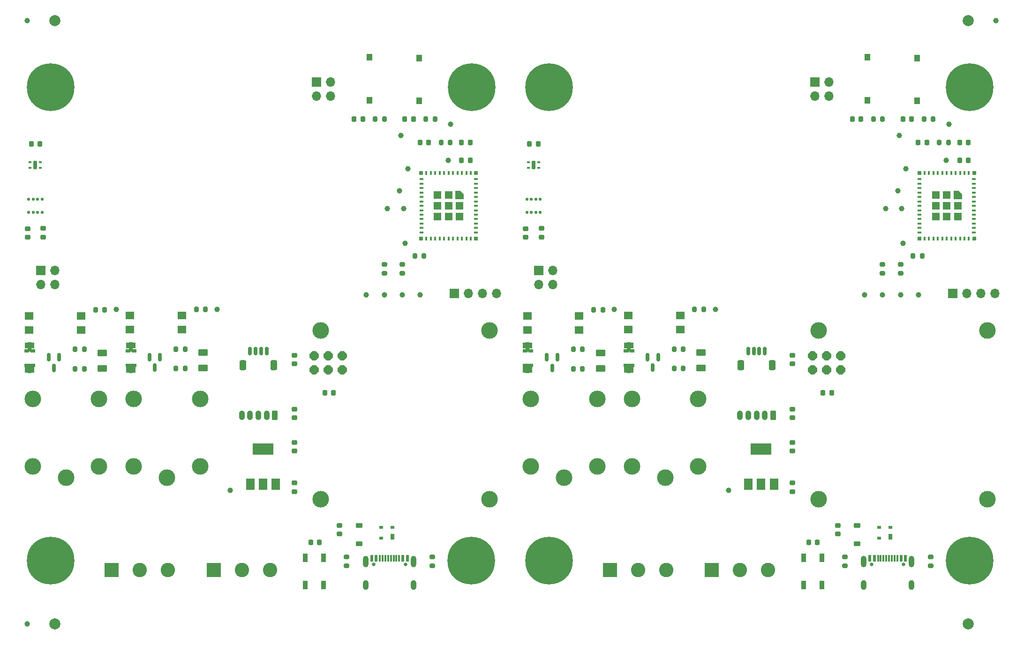
<source format=gbr>
%TF.GenerationSoftware,KiCad,Pcbnew,(7.0.0-0)*%
%TF.CreationDate,2023-04-23T09:32:57-04:00*%
%TF.ProjectId,KwartzLab-SensorBoard-Rev3-Panel,4b776172-747a-44c6-9162-2d53656e736f,3*%
%TF.SameCoordinates,Original*%
%TF.FileFunction,Soldermask,Top*%
%TF.FilePolarity,Negative*%
%FSLAX46Y46*%
G04 Gerber Fmt 4.6, Leading zero omitted, Abs format (unit mm)*
G04 Created by KiCad (PCBNEW (7.0.0-0)) date 2023-04-23 09:32:57*
%MOMM*%
%LPD*%
G01*
G04 APERTURE LIST*
G04 Aperture macros list*
%AMRoundRect*
0 Rectangle with rounded corners*
0 $1 Rounding radius*
0 $2 $3 $4 $5 $6 $7 $8 $9 X,Y pos of 4 corners*
0 Add a 4 corners polygon primitive as box body*
4,1,4,$2,$3,$4,$5,$6,$7,$8,$9,$2,$3,0*
0 Add four circle primitives for the rounded corners*
1,1,$1+$1,$2,$3*
1,1,$1+$1,$4,$5*
1,1,$1+$1,$6,$7*
1,1,$1+$1,$8,$9*
0 Add four rect primitives between the rounded corners*
20,1,$1+$1,$2,$3,$4,$5,0*
20,1,$1+$1,$4,$5,$6,$7,0*
20,1,$1+$1,$6,$7,$8,$9,0*
20,1,$1+$1,$8,$9,$2,$3,0*%
%AMFreePoly0*
4,1,21,0.800354,0.825354,0.800500,0.825000,0.800500,0.300000,0.825000,0.300000,0.825000,-0.300000,0.800500,-0.300000,0.800500,-0.825000,0.800354,-0.825354,0.800000,-0.825500,-0.290000,-0.825500,-0.290354,-0.825354,-0.290500,-0.825000,-0.290500,-0.300000,-0.825000,-0.300000,-0.825000,0.300000,-0.290500,0.300000,-0.290500,0.825000,-0.290354,0.825354,-0.290000,0.825500,0.800000,0.825500,
0.800354,0.825354,0.800354,0.825354,$1*%
%AMFreePoly1*
4,1,21,0.300354,0.825354,0.300500,0.825000,0.300500,0.300000,0.825000,0.300000,0.825000,-0.300000,0.300500,-0.300000,0.300500,-0.825000,0.300354,-0.825354,0.300000,-0.825500,-0.800000,-0.825500,-0.800354,-0.825354,-0.800500,-0.825000,-0.800500,-0.300000,-0.825000,-0.300000,-0.825000,0.300000,-0.800500,0.300000,-0.800500,0.825000,-0.800354,0.825354,-0.800000,0.825500,0.300000,0.825500,
0.300354,0.825354,0.300354,0.825354,$1*%
%AMFreePoly2*
4,1,17,0.356937,0.810921,0.810921,0.356937,0.825800,0.321016,0.825800,-0.321016,0.810921,-0.356937,0.356937,-0.810921,0.321016,-0.825800,-0.321016,-0.825800,-0.356937,-0.810921,-0.810921,-0.356937,-0.825800,-0.321016,-0.825800,0.321016,-0.810921,0.356937,-0.356937,0.810921,-0.321016,0.825800,0.321016,0.825800,0.356937,0.810921,0.356937,0.810921,$1*%
%AMFreePoly3*
4,1,6,0.725000,-0.725000,-0.725000,-0.725000,-0.725000,0.125000,-0.125000,0.725000,0.725000,0.725000,0.725000,-0.725000,0.725000,-0.725000,$1*%
G04 Aperture macros list end*
%ADD10C,0.010000*%
%ADD11RoundRect,0.225000X-0.250000X0.225000X-0.250000X-0.225000X0.250000X-0.225000X0.250000X0.225000X0*%
%ADD12RoundRect,0.200000X0.200000X0.275000X-0.200000X0.275000X-0.200000X-0.275000X0.200000X-0.275000X0*%
%ADD13C,1.000000*%
%ADD14RoundRect,0.225000X-0.225000X-0.250000X0.225000X-0.250000X0.225000X0.250000X-0.225000X0.250000X0*%
%ADD15C,3.000000*%
%ADD16RoundRect,0.150000X-0.150000X0.587500X-0.150000X-0.587500X0.150000X-0.587500X0.150000X0.587500X0*%
%ADD17RoundRect,0.200000X-0.200000X-0.275000X0.200000X-0.275000X0.200000X0.275000X-0.200000X0.275000X0*%
%ADD18FreePoly0,90.000000*%
%ADD19RoundRect,0.225000X0.250000X-0.225000X0.250000X0.225000X-0.250000X0.225000X-0.250000X-0.225000X0*%
%ADD20R,0.700000X1.000000*%
%ADD21R,0.700000X0.600000*%
%ADD22RoundRect,0.250000X-0.625000X0.375000X-0.625000X-0.375000X0.625000X-0.375000X0.625000X0.375000X0*%
%ADD23R,1.500000X2.000000*%
%ADD24R,3.800000X2.000000*%
%ADD25C,2.000000*%
%ADD26RoundRect,0.087500X-0.187500X-0.087500X0.187500X-0.087500X0.187500X0.087500X-0.187500X0.087500X0*%
%ADD27RoundRect,0.175000X-0.175000X-0.625000X0.175000X-0.625000X0.175000X0.625000X-0.175000X0.625000X0*%
%ADD28RoundRect,0.200000X-0.275000X0.200000X-0.275000X-0.200000X0.275000X-0.200000X0.275000X0.200000X0*%
%ADD29R,1.700000X1.700000*%
%ADD30O,1.700000X1.700000*%
%ADD31C,0.650000*%
%ADD32R,0.600000X1.150000*%
%ADD33R,0.300000X1.150000*%
%ADD34O,1.000000X2.100000*%
%ADD35O,1.000000X1.800000*%
%ADD36RoundRect,0.125000X-0.125000X-0.137500X0.125000X-0.137500X0.125000X0.137500X-0.125000X0.137500X0*%
%ADD37FreePoly1,90.000000*%
%ADD38FreePoly2,180.000000*%
%ADD39R,1.600000X1.400000*%
%ADD40R,2.600000X2.600000*%
%ADD41C,2.600000*%
%ADD42RoundRect,0.150000X0.150000X0.625000X-0.150000X0.625000X-0.150000X-0.625000X0.150000X-0.625000X0*%
%ADD43RoundRect,0.250000X0.350000X0.650000X-0.350000X0.650000X-0.350000X-0.650000X0.350000X-0.650000X0*%
%ADD44RoundRect,0.225000X-0.375000X0.225000X-0.375000X-0.225000X0.375000X-0.225000X0.375000X0.225000X0*%
%ADD45R,1.000000X1.250000*%
%ADD46R,0.900000X1.500000*%
%ADD47RoundRect,0.225000X0.225000X0.250000X-0.225000X0.250000X-0.225000X-0.250000X0.225000X-0.250000X0*%
%ADD48C,0.900000*%
%ADD49C,8.600000*%
%ADD50R,0.400000X0.800000*%
%ADD51R,0.800000X0.400000*%
%ADD52FreePoly3,270.000000*%
%ADD53R,1.450000X1.450000*%
%ADD54R,0.700000X0.700000*%
%ADD55RoundRect,0.250000X0.265000X0.615000X-0.265000X0.615000X-0.265000X-0.615000X0.265000X-0.615000X0*%
%ADD56O,1.030000X1.730000*%
G04 APERTURE END LIST*
%TO.C,D7*%
G36*
X71869806Y-82362000D02*
G01*
X71094806Y-82362000D01*
X71094806Y-81862000D01*
X71869806Y-81862000D01*
X71869806Y-82362000D01*
G37*
D10*
X71869806Y-82362000D02*
X71094806Y-82362000D01*
X71094806Y-81862000D01*
X71869806Y-81862000D01*
X71869806Y-82362000D01*
G36*
X70794806Y-82362000D02*
G01*
X70019806Y-82362000D01*
X70019806Y-81862000D01*
X70794806Y-81862000D01*
X70794806Y-82362000D01*
G37*
X70794806Y-82362000D02*
X70019806Y-82362000D01*
X70019806Y-81862000D01*
X70794806Y-81862000D01*
X70794806Y-82362000D01*
G36*
X71869806Y-84962000D02*
G01*
X71094806Y-84962000D01*
X71094806Y-84462000D01*
X71869806Y-84462000D01*
X71869806Y-84962000D01*
G37*
X71869806Y-84962000D02*
X71094806Y-84962000D01*
X71094806Y-84462000D01*
X71869806Y-84462000D01*
X71869806Y-84962000D01*
G36*
X70794806Y-84962000D02*
G01*
X70019806Y-84962000D01*
X70019806Y-84462000D01*
X70794806Y-84462000D01*
X70794806Y-84962000D01*
G37*
X70794806Y-84962000D02*
X70019806Y-84962000D01*
X70019806Y-84462000D01*
X70794806Y-84462000D01*
X70794806Y-84962000D01*
G36*
X161826994Y-82362000D02*
G01*
X161051994Y-82362000D01*
X161051994Y-81862000D01*
X161826994Y-81862000D01*
X161826994Y-82362000D01*
G37*
X161826994Y-82362000D02*
X161051994Y-82362000D01*
X161051994Y-81862000D01*
X161826994Y-81862000D01*
X161826994Y-82362000D01*
G36*
X160751994Y-82362000D02*
G01*
X159976994Y-82362000D01*
X159976994Y-81862000D01*
X160751994Y-81862000D01*
X160751994Y-82362000D01*
G37*
X160751994Y-82362000D02*
X159976994Y-82362000D01*
X159976994Y-81862000D01*
X160751994Y-81862000D01*
X160751994Y-82362000D01*
G36*
X161826994Y-84962000D02*
G01*
X161051994Y-84962000D01*
X161051994Y-84462000D01*
X161826994Y-84462000D01*
X161826994Y-84962000D01*
G37*
X161826994Y-84962000D02*
X161051994Y-84962000D01*
X161051994Y-84462000D01*
X161826994Y-84462000D01*
X161826994Y-84962000D01*
G36*
X160751994Y-84962000D02*
G01*
X159976994Y-84962000D01*
X159976994Y-84462000D01*
X160751994Y-84462000D01*
X160751994Y-84962000D01*
G37*
X160751994Y-84962000D02*
X159976994Y-84962000D01*
X159976994Y-84462000D01*
X160751994Y-84462000D01*
X160751994Y-84962000D01*
%TO.C,D6*%
G36*
X143554994Y-82362000D02*
G01*
X142779994Y-82362000D01*
X142779994Y-81862000D01*
X143554994Y-81862000D01*
X143554994Y-82362000D01*
G37*
X143554994Y-82362000D02*
X142779994Y-82362000D01*
X142779994Y-81862000D01*
X143554994Y-81862000D01*
X143554994Y-82362000D01*
G36*
X142479994Y-82362000D02*
G01*
X141704994Y-82362000D01*
X141704994Y-81862000D01*
X142479994Y-81862000D01*
X142479994Y-82362000D01*
G37*
X142479994Y-82362000D02*
X141704994Y-82362000D01*
X141704994Y-81862000D01*
X142479994Y-81862000D01*
X142479994Y-82362000D01*
G36*
X143554994Y-84962000D02*
G01*
X142779994Y-84962000D01*
X142779994Y-84462000D01*
X143554994Y-84462000D01*
X143554994Y-84962000D01*
G37*
X143554994Y-84962000D02*
X142779994Y-84962000D01*
X142779994Y-84462000D01*
X143554994Y-84462000D01*
X143554994Y-84962000D01*
G36*
X142479994Y-84962000D02*
G01*
X141704994Y-84962000D01*
X141704994Y-84462000D01*
X142479994Y-84462000D01*
X142479994Y-84962000D01*
G37*
X142479994Y-84962000D02*
X141704994Y-84962000D01*
X141704994Y-84462000D01*
X142479994Y-84462000D01*
X142479994Y-84962000D01*
G36*
X53597806Y-82362000D02*
G01*
X52822806Y-82362000D01*
X52822806Y-81862000D01*
X53597806Y-81862000D01*
X53597806Y-82362000D01*
G37*
X53597806Y-82362000D02*
X52822806Y-82362000D01*
X52822806Y-81862000D01*
X53597806Y-81862000D01*
X53597806Y-82362000D01*
G36*
X52522806Y-82362000D02*
G01*
X51747806Y-82362000D01*
X51747806Y-81862000D01*
X52522806Y-81862000D01*
X52522806Y-82362000D01*
G37*
X52522806Y-82362000D02*
X51747806Y-82362000D01*
X51747806Y-81862000D01*
X52522806Y-81862000D01*
X52522806Y-82362000D01*
G36*
X53597806Y-84962000D02*
G01*
X52822806Y-84962000D01*
X52822806Y-84462000D01*
X53597806Y-84462000D01*
X53597806Y-84962000D01*
G37*
X53597806Y-84962000D02*
X52822806Y-84962000D01*
X52822806Y-84462000D01*
X53597806Y-84462000D01*
X53597806Y-84962000D01*
G36*
X52522806Y-84962000D02*
G01*
X51747806Y-84962000D01*
X51747806Y-84462000D01*
X52522806Y-84462000D01*
X52522806Y-84962000D01*
G37*
X52522806Y-84962000D02*
X51747806Y-84962000D01*
X51747806Y-84462000D01*
X52522806Y-84462000D01*
X52522806Y-84962000D01*
%TD*%
D11*
%TO.C,C12*%
X142277752Y-60050000D03*
X142277752Y-61600000D03*
%TD*%
%TO.C,C12*%
X52320564Y-60050000D03*
X52320564Y-61600000D03*
%TD*%
D12*
%TO.C,R3*%
X128642806Y-44500000D03*
X126992806Y-44500000D03*
%TD*%
%TO.C,R3*%
X218599994Y-44500000D03*
X216949994Y-44500000D03*
%TD*%
D13*
%TO.C,TP2*%
X68332806Y-74680000D03*
%TD*%
%TO.C,TP2*%
X158289994Y-74680000D03*
%TD*%
%TO.C,TP7*%
X117312806Y-56410000D03*
%TD*%
%TO.C,TP7*%
X207269994Y-56410000D03*
%TD*%
D14*
%TO.C,C9*%
X193399994Y-116750000D03*
X194949994Y-116750000D03*
%TD*%
%TO.C,C9*%
X103442806Y-116750000D03*
X104992806Y-116750000D03*
%TD*%
D11*
%TO.C,C11*%
X145107752Y-60040000D03*
X145107752Y-61590000D03*
%TD*%
%TO.C,C11*%
X55150564Y-60040000D03*
X55150564Y-61590000D03*
%TD*%
D15*
%TO.C,K1*%
X59242806Y-105050000D03*
X53242806Y-90850000D03*
X65242806Y-90850000D03*
X65242806Y-103050000D03*
X53242806Y-103050000D03*
%TD*%
%TO.C,K1*%
X149199994Y-105050000D03*
X143199994Y-90850000D03*
X155199994Y-90850000D03*
X155199994Y-103050000D03*
X143199994Y-103050000D03*
%TD*%
D16*
%TO.C,Q1*%
X58032806Y-83325000D03*
X56132806Y-83325000D03*
X57082806Y-85200000D03*
%TD*%
%TO.C,Q1*%
X147989994Y-83325000D03*
X146089994Y-83325000D03*
X147039994Y-85200000D03*
%TD*%
D17*
%TO.C,R6*%
X115092806Y-40250000D03*
X116742806Y-40250000D03*
%TD*%
%TO.C,R6*%
X205049994Y-40250000D03*
X206699994Y-40250000D03*
%TD*%
D18*
%TO.C,*%
X52672806Y-81462000D03*
%TD*%
%TO.C,*%
X142629994Y-81462000D03*
%TD*%
D19*
%TO.C,C4*%
X100492806Y-107550000D03*
X100492806Y-106000000D03*
%TD*%
%TO.C,C4*%
X190449994Y-107550000D03*
X190449994Y-106000000D03*
%TD*%
D20*
%TO.C,D1*%
X118172805Y-115749999D03*
D21*
X118172805Y-114049999D03*
X116172805Y-114049999D03*
X116172805Y-115949999D03*
%TD*%
D20*
%TO.C,D1*%
X208129993Y-115749999D03*
D21*
X208129993Y-114049999D03*
X206129993Y-114049999D03*
X206129993Y-115949999D03*
%TD*%
D22*
%TO.C,D5*%
X83992806Y-82442500D03*
X83992806Y-85242500D03*
%TD*%
%TO.C,D5*%
X173949994Y-82442500D03*
X173949994Y-85242500D03*
%TD*%
D23*
%TO.C,U2*%
X92532805Y-106199999D03*
X94832805Y-106199999D03*
D24*
X94832805Y-99899999D03*
D23*
X97132805Y-106199999D03*
%TD*%
%TO.C,U2*%
X182489993Y-106199999D03*
X184789993Y-106199999D03*
D24*
X184789993Y-99899999D03*
D23*
X187089993Y-106199999D03*
%TD*%
D13*
%TO.C,REF\u002A\u002A*%
X52242806Y-22500000D03*
%TD*%
D25*
%TO.C,REF\u002A\u002A*%
X222157194Y-131500000D03*
%TD*%
D13*
%TO.C,TP15*%
X128742806Y-41250000D03*
%TD*%
%TO.C,TP15*%
X218699994Y-41250000D03*
%TD*%
D12*
%TO.C,R8*%
X156199994Y-74710000D03*
X154549994Y-74710000D03*
%TD*%
%TO.C,R8*%
X66242806Y-74710000D03*
X64592806Y-74710000D03*
%TD*%
%TO.C,R9*%
X174389994Y-74650000D03*
X172739994Y-74650000D03*
%TD*%
%TO.C,R9*%
X84432806Y-74650000D03*
X82782806Y-74650000D03*
%TD*%
D26*
%TO.C,U3*%
X142749994Y-48103517D03*
X142749994Y-49103517D03*
X144599994Y-49103517D03*
X144599994Y-48103517D03*
D27*
X143674994Y-48603517D03*
%TD*%
D26*
%TO.C,U3*%
X52792806Y-48103517D03*
X52792806Y-49103517D03*
X54642806Y-49103517D03*
X54642806Y-48103517D03*
D27*
X53717806Y-48603517D03*
%TD*%
D12*
%TO.C,R11*%
X152529994Y-81890000D03*
X150879994Y-81890000D03*
%TD*%
%TO.C,R11*%
X62572806Y-81890000D03*
X60922806Y-81890000D03*
%TD*%
D28*
%TO.C,R2*%
X116742806Y-66500000D03*
X116742806Y-68150000D03*
%TD*%
%TO.C,R2*%
X206699994Y-66500000D03*
X206699994Y-68150000D03*
%TD*%
D29*
%TO.C,J9*%
X104492805Y-33609999D03*
D30*
X107032805Y-33609999D03*
X104492805Y-36149999D03*
X107032805Y-36149999D03*
%TD*%
D29*
%TO.C,J9*%
X194449993Y-33609999D03*
D30*
X196989993Y-33609999D03*
X194449993Y-36149999D03*
X196989993Y-36149999D03*
%TD*%
D31*
%TO.C,J2*%
X114782806Y-120720000D03*
X120562806Y-120720000D03*
D32*
X114472805Y-119644999D03*
X115272805Y-119644999D03*
D33*
X116422805Y-119644999D03*
X117422805Y-119644999D03*
X117922805Y-119644999D03*
X118922805Y-119644999D03*
D32*
X120072805Y-119644999D03*
X120872805Y-119644999D03*
X120872805Y-119644999D03*
X120072805Y-119644999D03*
D33*
X119422805Y-119644999D03*
X118422805Y-119644999D03*
X116922805Y-119644999D03*
X115922805Y-119644999D03*
D32*
X115272805Y-119644999D03*
X114472805Y-119644999D03*
D34*
X113352805Y-120219999D03*
D35*
X113352805Y-124399999D03*
D34*
X121992805Y-120219999D03*
D35*
X121992805Y-124399999D03*
%TD*%
D31*
%TO.C,J2*%
X204739994Y-120720000D03*
X210519994Y-120720000D03*
D32*
X204429993Y-119644999D03*
X205229993Y-119644999D03*
D33*
X206379993Y-119644999D03*
X207379993Y-119644999D03*
X207879993Y-119644999D03*
X208879993Y-119644999D03*
D32*
X210029993Y-119644999D03*
X210829993Y-119644999D03*
X210829993Y-119644999D03*
X210029993Y-119644999D03*
D33*
X209379993Y-119644999D03*
X208379993Y-119644999D03*
X206879993Y-119644999D03*
X205879993Y-119644999D03*
D32*
X205229993Y-119644999D03*
X204429993Y-119644999D03*
D34*
X203309993Y-120219999D03*
D35*
X203309993Y-124399999D03*
D34*
X211949993Y-120219999D03*
D35*
X211949993Y-124399999D03*
%TD*%
D11*
%TO.C,C6*%
X108672806Y-113700000D03*
X108672806Y-115250000D03*
%TD*%
%TO.C,C6*%
X198629994Y-113700000D03*
X198629994Y-115250000D03*
%TD*%
D13*
%TO.C,TP12*%
X210449994Y-62750000D03*
%TD*%
%TO.C,TP12*%
X120492806Y-62750000D03*
%TD*%
%TO.C,TP5*%
X213199994Y-72000000D03*
%TD*%
%TO.C,TP5*%
X123242806Y-72000000D03*
%TD*%
D22*
%TO.C,D4*%
X65802806Y-82502500D03*
X65802806Y-85302500D03*
%TD*%
%TO.C,D4*%
X155759994Y-82502500D03*
X155759994Y-85302500D03*
%TD*%
D13*
%TO.C,TP8*%
X120202806Y-56410000D03*
%TD*%
%TO.C,TP8*%
X210159994Y-56410000D03*
%TD*%
D36*
%TO.C,U4*%
X52525287Y-54771868D03*
X53325287Y-54771868D03*
X54125287Y-54771868D03*
X54925287Y-54771868D03*
X54925287Y-57146868D03*
X54125287Y-57146868D03*
X53325287Y-57146868D03*
X52525287Y-57146868D03*
%TD*%
%TO.C,U4*%
X142482475Y-54771868D03*
X143282475Y-54771868D03*
X144082475Y-54771868D03*
X144882475Y-54771868D03*
X144882475Y-57146868D03*
X144082475Y-57146868D03*
X143282475Y-57146868D03*
X142482475Y-57146868D03*
%TD*%
D14*
%TO.C,C3*%
X130692806Y-44500000D03*
X132242806Y-44500000D03*
%TD*%
%TO.C,C3*%
X220649994Y-44500000D03*
X222199994Y-44500000D03*
%TD*%
D13*
%TO.C,TP14*%
X119492806Y-53250000D03*
%TD*%
%TO.C,TP14*%
X209449994Y-53250000D03*
%TD*%
D25*
%TO.C,REF\u002A\u002A*%
X57242806Y-131500000D03*
%TD*%
D13*
%TO.C,TP11*%
X206699994Y-72000000D03*
%TD*%
%TO.C,TP11*%
X116742806Y-72000000D03*
%TD*%
D18*
%TO.C,D7*%
X70944806Y-81462000D03*
D37*
X70944806Y-85362000D03*
%TD*%
D18*
%TO.C,D7*%
X160901994Y-81462000D03*
D37*
X160901994Y-85362000D03*
%TD*%
D25*
%TO.C,REF\u002A\u002A*%
X57242806Y-22500000D03*
%TD*%
D12*
%TO.C,R12*%
X80762806Y-85330000D03*
X79112806Y-85330000D03*
%TD*%
%TO.C,R12*%
X170719994Y-85330000D03*
X169069994Y-85330000D03*
%TD*%
D25*
%TO.C,REF\u002A\u002A*%
X222157194Y-22500000D03*
%TD*%
D15*
%TO.C,J4*%
X225673122Y-108944944D03*
X225673122Y-78464944D03*
X195193122Y-108944944D03*
X195193122Y-78464944D03*
D38*
X199132922Y-83034144D03*
X199132922Y-85574144D03*
X196592922Y-83034144D03*
X196592922Y-85574144D03*
X194052922Y-83034144D03*
X194052922Y-85574144D03*
%TD*%
D15*
%TO.C,J4*%
X135715934Y-108944944D03*
X135715934Y-78464944D03*
X105235934Y-108944944D03*
X105235934Y-78464944D03*
D38*
X109175734Y-83034144D03*
X109175734Y-85574144D03*
X106635734Y-83034144D03*
X106635734Y-85574144D03*
X104095734Y-83034144D03*
X104095734Y-85574144D03*
%TD*%
D39*
%TO.C,OC2*%
X70832805Y-75769999D03*
X70832805Y-78309999D03*
X80192805Y-78309999D03*
X80192805Y-75769999D03*
%TD*%
%TO.C,OC2*%
X160789993Y-75769999D03*
X160789993Y-78309999D03*
X170149993Y-78309999D03*
X170149993Y-75769999D03*
%TD*%
D40*
%TO.C,J5*%
X157449993Y-121749999D03*
D41*
X162529994Y-121750000D03*
X167609994Y-121750000D03*
%TD*%
D40*
%TO.C,J5*%
X67492805Y-121749999D03*
D41*
X72572806Y-121750000D03*
X77652806Y-121750000D03*
%TD*%
D13*
%TO.C,TP6*%
X218199994Y-47750000D03*
%TD*%
%TO.C,TP6*%
X128242806Y-47750000D03*
%TD*%
D39*
%TO.C,OC1*%
X142584993Y-75864999D03*
X142584993Y-78404999D03*
X151944993Y-78404999D03*
X151944993Y-75864999D03*
%TD*%
%TO.C,OC1*%
X52627805Y-75864999D03*
X52627805Y-78404999D03*
X61987805Y-78404999D03*
X61987805Y-75864999D03*
%TD*%
D13*
%TO.C,TP13*%
X209699994Y-43250000D03*
%TD*%
%TO.C,TP13*%
X119742806Y-43250000D03*
%TD*%
D17*
%TO.C,R14*%
X122242806Y-64990000D03*
X123892806Y-64990000D03*
%TD*%
%TO.C,R14*%
X212199994Y-64990000D03*
X213849994Y-64990000D03*
%TD*%
D14*
%TO.C,C8*%
X210399994Y-40250000D03*
X211949994Y-40250000D03*
%TD*%
%TO.C,C8*%
X120442806Y-40250000D03*
X121992806Y-40250000D03*
%TD*%
D42*
%TO.C,J7*%
X95492806Y-82225000D03*
X94492806Y-82225000D03*
X93492806Y-82225000D03*
X92492806Y-82225000D03*
D43*
X96792806Y-84750000D03*
X91192806Y-84750000D03*
%TD*%
D42*
%TO.C,J7*%
X185449994Y-82225000D03*
X184449994Y-82225000D03*
X183449994Y-82225000D03*
X182449994Y-82225000D03*
D43*
X186749994Y-84750000D03*
X181149994Y-84750000D03*
%TD*%
D14*
%TO.C,C1*%
X123192806Y-44500000D03*
X124742806Y-44500000D03*
%TD*%
%TO.C,C1*%
X213149994Y-44500000D03*
X214699994Y-44500000D03*
%TD*%
D13*
%TO.C,TP3*%
X176509994Y-74650000D03*
%TD*%
%TO.C,TP3*%
X86552806Y-74650000D03*
%TD*%
D12*
%TO.C,R10*%
X62572806Y-85390000D03*
X60922806Y-85390000D03*
%TD*%
%TO.C,R10*%
X152529994Y-85390000D03*
X150879994Y-85390000D03*
%TD*%
D44*
%TO.C,D2*%
X202129994Y-113700000D03*
X202129994Y-117000000D03*
%TD*%
%TO.C,D2*%
X112172806Y-113700000D03*
X112172806Y-117000000D03*
%TD*%
D17*
%TO.C,R7*%
X214199994Y-40250000D03*
X215849994Y-40250000D03*
%TD*%
%TO.C,R7*%
X124242806Y-40250000D03*
X125892806Y-40250000D03*
%TD*%
D13*
%TO.C,TP4*%
X203449994Y-72000000D03*
%TD*%
%TO.C,TP4*%
X113492806Y-72000000D03*
%TD*%
D19*
%TO.C,C5*%
X190449994Y-100250000D03*
X190449994Y-98700000D03*
%TD*%
%TO.C,C5*%
X100492806Y-100250000D03*
X100492806Y-98700000D03*
%TD*%
D45*
%TO.C,SW2*%
X122992805Y-29249999D03*
X122992805Y-36999999D03*
%TD*%
%TO.C,SW2*%
X212949993Y-29249999D03*
X212949993Y-36999999D03*
%TD*%
D18*
%TO.C,D6*%
X142629994Y-81462000D03*
D37*
X142629994Y-85362000D03*
%TD*%
D18*
%TO.C,D6*%
X52672806Y-81462000D03*
D37*
X52672806Y-85362000D03*
%TD*%
D13*
%TO.C,REF\u002A\u002A*%
X52242806Y-131500000D03*
%TD*%
%TO.C,TP9*%
X119992806Y-72000000D03*
%TD*%
%TO.C,TP9*%
X209949994Y-72000000D03*
%TD*%
D28*
%TO.C,R5*%
X215379994Y-119350000D03*
X215379994Y-121000000D03*
%TD*%
%TO.C,R5*%
X125422806Y-119350000D03*
X125422806Y-121000000D03*
%TD*%
D19*
%TO.C,C13*%
X190449994Y-94250000D03*
X190449994Y-92700000D03*
%TD*%
%TO.C,C13*%
X100492806Y-94250000D03*
X100492806Y-92700000D03*
%TD*%
D46*
%TO.C,D3*%
X102492805Y-124399999D03*
X105792805Y-124399999D03*
X105792805Y-119499999D03*
X102492805Y-119499999D03*
%TD*%
%TO.C,D3*%
X192449993Y-124399999D03*
X195749993Y-124399999D03*
X195749993Y-119499999D03*
X192449993Y-119499999D03*
%TD*%
D19*
%TO.C,C15*%
X100492806Y-84500000D03*
X100492806Y-82950000D03*
%TD*%
%TO.C,C15*%
X190449994Y-84500000D03*
X190449994Y-82950000D03*
%TD*%
D13*
%TO.C,TP10*%
X88942806Y-107350000D03*
%TD*%
%TO.C,TP10*%
X178899994Y-107350000D03*
%TD*%
D40*
%TO.C,J6*%
X85907805Y-121749999D03*
D41*
X90987806Y-121750000D03*
X96067806Y-121750000D03*
%TD*%
D40*
%TO.C,J6*%
X175864993Y-121749999D03*
D41*
X180944994Y-121750000D03*
X186024994Y-121750000D03*
%TD*%
D14*
%TO.C,C10*%
X52992806Y-44791017D03*
X54542806Y-44791017D03*
%TD*%
%TO.C,C10*%
X142949994Y-44791017D03*
X144499994Y-44791017D03*
%TD*%
D28*
%TO.C,R1*%
X119992806Y-66500000D03*
X119992806Y-68150000D03*
%TD*%
%TO.C,R1*%
X209949994Y-66500000D03*
X209949994Y-68150000D03*
%TD*%
D47*
%TO.C,C14*%
X197499994Y-89750000D03*
X195949994Y-89750000D03*
%TD*%
%TO.C,C14*%
X107542806Y-89750000D03*
X105992806Y-89750000D03*
%TD*%
D48*
%TO.C,H2*%
X129237387Y-120000000D03*
X130181968Y-117719581D03*
X130181968Y-122280419D03*
X132462387Y-116775000D03*
D49*
X132462387Y-120000000D03*
D48*
X132462387Y-123225000D03*
X134742806Y-117719581D03*
X134742806Y-122280419D03*
X135687387Y-120000000D03*
%TD*%
%TO.C,H2*%
X219194575Y-120000000D03*
X220139156Y-117719581D03*
X220139156Y-122280419D03*
X222419575Y-116775000D03*
D49*
X222419575Y-120000000D03*
D48*
X222419575Y-123225000D03*
X224699994Y-117719581D03*
X224699994Y-122280419D03*
X225644575Y-120000000D03*
%TD*%
D14*
%TO.C,C2*%
X130692806Y-47750000D03*
X132242806Y-47750000D03*
%TD*%
%TO.C,C2*%
X220649994Y-47750000D03*
X222199994Y-47750000D03*
%TD*%
D15*
%TO.C,K2*%
X77492806Y-105050000D03*
X71492806Y-90850000D03*
X83492806Y-90850000D03*
X83492806Y-103050000D03*
X71492806Y-103050000D03*
%TD*%
%TO.C,K2*%
X167449994Y-105050000D03*
X161449994Y-90850000D03*
X173449994Y-90850000D03*
X173449994Y-103050000D03*
X161449994Y-103050000D03*
%TD*%
D13*
%TO.C,REF\u002A\u002A*%
X227157194Y-22500000D03*
%TD*%
D28*
%TO.C,R4*%
X109922806Y-119350000D03*
X109922806Y-121000000D03*
%TD*%
%TO.C,R4*%
X199879994Y-119350000D03*
X199879994Y-121000000D03*
%TD*%
D50*
%TO.C,U1*%
X132342805Y-50049999D03*
X131542805Y-50049999D03*
X130742805Y-50049999D03*
X129942805Y-50049999D03*
X129142805Y-50049999D03*
X128342805Y-50049999D03*
X127542805Y-50049999D03*
X126742805Y-50049999D03*
X125942805Y-50049999D03*
X125142805Y-50049999D03*
X124342805Y-50049999D03*
D51*
X123442805Y-51149999D03*
X123442805Y-51949999D03*
X123442805Y-52749999D03*
X123442805Y-53549999D03*
X123442805Y-54349999D03*
X123442805Y-55149999D03*
X123442805Y-55949999D03*
X123442805Y-56749999D03*
X123442805Y-57549999D03*
X123442805Y-58349999D03*
X123442805Y-59149999D03*
X123442805Y-59949999D03*
X123442805Y-60749999D03*
D50*
X124342805Y-61849999D03*
X125142805Y-61849999D03*
X125942805Y-61849999D03*
X126742805Y-61849999D03*
X127542805Y-61849999D03*
X128342805Y-61849999D03*
X129142805Y-61849999D03*
X129942805Y-61849999D03*
X130742805Y-61849999D03*
X131542805Y-61849999D03*
X132342805Y-61849999D03*
D51*
X133242805Y-60749999D03*
X133242805Y-59949999D03*
X133242805Y-59149999D03*
X133242805Y-58349999D03*
X133242805Y-57549999D03*
X133242805Y-56749999D03*
X133242805Y-55949999D03*
X133242805Y-55149999D03*
X133242805Y-54349999D03*
X133242805Y-53549999D03*
X133242805Y-52749999D03*
X133242805Y-51949999D03*
X133242805Y-51149999D03*
D52*
X130317806Y-53975000D03*
D53*
X128342805Y-53974999D03*
X126367805Y-53974999D03*
X130317805Y-55949999D03*
X128342805Y-55949999D03*
X126367805Y-55949999D03*
X130317805Y-57924999D03*
X128342805Y-57924999D03*
X126367805Y-57924999D03*
D54*
X133292805Y-61899999D03*
X123392805Y-61899999D03*
X123392805Y-49999999D03*
X133292805Y-49999999D03*
%TD*%
D50*
%TO.C,U1*%
X222299993Y-50049999D03*
X221499993Y-50049999D03*
X220699993Y-50049999D03*
X219899993Y-50049999D03*
X219099993Y-50049999D03*
X218299993Y-50049999D03*
X217499993Y-50049999D03*
X216699993Y-50049999D03*
X215899993Y-50049999D03*
X215099993Y-50049999D03*
X214299993Y-50049999D03*
D51*
X213399993Y-51149999D03*
X213399993Y-51949999D03*
X213399993Y-52749999D03*
X213399993Y-53549999D03*
X213399993Y-54349999D03*
X213399993Y-55149999D03*
X213399993Y-55949999D03*
X213399993Y-56749999D03*
X213399993Y-57549999D03*
X213399993Y-58349999D03*
X213399993Y-59149999D03*
X213399993Y-59949999D03*
X213399993Y-60749999D03*
D50*
X214299993Y-61849999D03*
X215099993Y-61849999D03*
X215899993Y-61849999D03*
X216699993Y-61849999D03*
X217499993Y-61849999D03*
X218299993Y-61849999D03*
X219099993Y-61849999D03*
X219899993Y-61849999D03*
X220699993Y-61849999D03*
X221499993Y-61849999D03*
X222299993Y-61849999D03*
D51*
X223199993Y-60749999D03*
X223199993Y-59949999D03*
X223199993Y-59149999D03*
X223199993Y-58349999D03*
X223199993Y-57549999D03*
X223199993Y-56749999D03*
X223199993Y-55949999D03*
X223199993Y-55149999D03*
X223199993Y-54349999D03*
X223199993Y-53549999D03*
X223199993Y-52749999D03*
X223199993Y-51949999D03*
X223199993Y-51149999D03*
D52*
X220274994Y-53975000D03*
D53*
X218299993Y-53974999D03*
X216324993Y-53974999D03*
X220274993Y-55949999D03*
X218299993Y-55949999D03*
X216324993Y-55949999D03*
X220274993Y-57924999D03*
X218299993Y-57924999D03*
X216324993Y-57924999D03*
D54*
X223249993Y-61899999D03*
X213349993Y-61899999D03*
X213349993Y-49999999D03*
X223249993Y-49999999D03*
%TD*%
D55*
%TO.C,J3*%
X96992806Y-93750000D03*
D56*
X95492805Y-93749999D03*
X93992805Y-93749999D03*
X92492805Y-93749999D03*
X90992805Y-93749999D03*
%TD*%
D55*
%TO.C,J3*%
X186949994Y-93750000D03*
D56*
X185449993Y-93749999D03*
X183949993Y-93749999D03*
X182449993Y-93749999D03*
X180949993Y-93749999D03*
%TD*%
D16*
%TO.C,Q2*%
X76222806Y-83265000D03*
X74322806Y-83265000D03*
X75272806Y-85140000D03*
%TD*%
%TO.C,Q2*%
X166179994Y-83265000D03*
X164279994Y-83265000D03*
X165229994Y-85140000D03*
%TD*%
D48*
%TO.C,H4*%
X53292806Y-34500000D03*
X54237387Y-32219581D03*
X54237387Y-36780419D03*
X56517806Y-31275000D03*
D49*
X56517806Y-34500000D03*
D48*
X56517806Y-37725000D03*
X58798225Y-32219581D03*
X58798225Y-36780419D03*
X59742806Y-34500000D03*
%TD*%
%TO.C,H4*%
X143249994Y-34500000D03*
X144194575Y-32219581D03*
X144194575Y-36780419D03*
X146474994Y-31275000D03*
D49*
X146474994Y-34500000D03*
D48*
X146474994Y-37725000D03*
X148755413Y-32219581D03*
X148755413Y-36780419D03*
X149699994Y-34500000D03*
%TD*%
D13*
%TO.C,TP1*%
X120992806Y-49250000D03*
%TD*%
%TO.C,TP1*%
X210949994Y-49250000D03*
%TD*%
D29*
%TO.C,J1*%
X129412805Y-71749999D03*
D30*
X131952805Y-71749999D03*
X134492805Y-71749999D03*
X137032805Y-71749999D03*
%TD*%
D29*
%TO.C,J1*%
X219369993Y-71749999D03*
D30*
X221909993Y-71749999D03*
X224449993Y-71749999D03*
X226989993Y-71749999D03*
%TD*%
D12*
%TO.C,R13*%
X170719994Y-81830000D03*
X169069994Y-81830000D03*
%TD*%
%TO.C,R13*%
X80762806Y-81830000D03*
X79112806Y-81830000D03*
%TD*%
D48*
%TO.C,H1*%
X143249994Y-120000000D03*
X144194575Y-117719581D03*
X144194575Y-122280419D03*
X146474994Y-116775000D03*
D49*
X146474994Y-120000000D03*
D48*
X146474994Y-123225000D03*
X148755413Y-117719581D03*
X148755413Y-122280419D03*
X149699994Y-120000000D03*
%TD*%
%TO.C,H1*%
X53292806Y-120000000D03*
X54237387Y-117719581D03*
X54237387Y-122280419D03*
X56517806Y-116775000D03*
D49*
X56517806Y-120000000D03*
D48*
X56517806Y-123225000D03*
X58798225Y-117719581D03*
X58798225Y-122280419D03*
X59742806Y-120000000D03*
%TD*%
%TO.C,H3*%
X129249994Y-34500000D03*
X130194575Y-32219581D03*
X130194575Y-36780419D03*
X132474994Y-31275000D03*
D49*
X132474994Y-34500000D03*
D48*
X132474994Y-37725000D03*
X134755413Y-32219581D03*
X134755413Y-36780419D03*
X135699994Y-34500000D03*
%TD*%
%TO.C,H3*%
X219207182Y-34500000D03*
X220151763Y-32219581D03*
X220151763Y-36780419D03*
X222432182Y-31275000D03*
D49*
X222432182Y-34500000D03*
D48*
X222432182Y-37725000D03*
X224712601Y-32219581D03*
X224712601Y-36780419D03*
X225657182Y-34500000D03*
%TD*%
D14*
%TO.C,C7*%
X201249994Y-40250000D03*
X202799994Y-40250000D03*
%TD*%
%TO.C,C7*%
X111292806Y-40250000D03*
X112842806Y-40250000D03*
%TD*%
D45*
%TO.C,SW1*%
X114042805Y-29124999D03*
X114042805Y-36874999D03*
%TD*%
%TO.C,SW1*%
X203999993Y-29124999D03*
X203999993Y-36874999D03*
%TD*%
D29*
%TO.C,J8*%
X54692805Y-67619999D03*
D30*
X57232805Y-67619999D03*
X54692805Y-70159999D03*
X57232805Y-70159999D03*
%TD*%
D29*
%TO.C,J8*%
X144649993Y-67619999D03*
D30*
X147189993Y-67619999D03*
X144649993Y-70159999D03*
X147189993Y-70159999D03*
%TD*%
M02*

</source>
